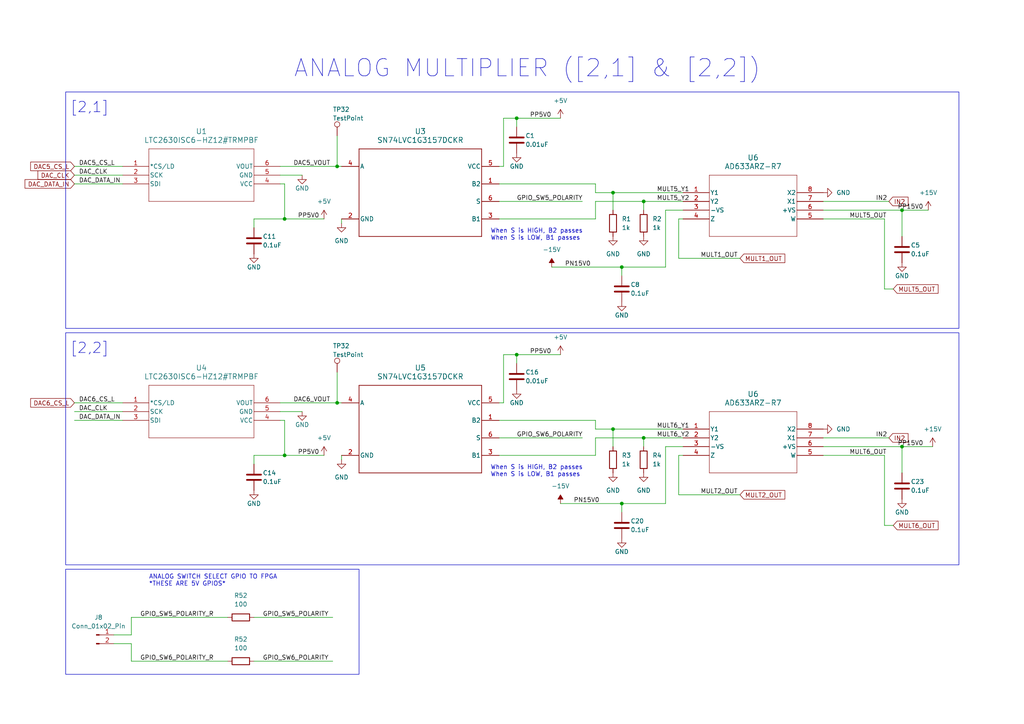
<source format=kicad_sch>
(kicad_sch (version 20230121) (generator eeschema)
  (paper "A4")
  (lib_symbols
    (symbol "AD633ARZ-R7:AD633ARZ-R7" (pin_names (offset 0.254))
      (property "Reference" "U" (at 20.32 10.16 0))
      (property "Value" "AD633ARZ-R7" (at 20.32 7.62 0))
      (symbol "AD633ARZ-R7_0_1"
        (polyline (pts (xy 7.62 -12.7) (xy 33.02 -12.7)) (stroke (width 0.127)))
        (polyline (pts (xy 7.62 5.08) (xy 7.62 -12.7)) (stroke (width 0.127)))
        (polyline (pts (xy 33.02 -12.7) (xy 33.02 5.08)) (stroke (width 0.127)))
        (polyline (pts (xy 33.02 5.08) (xy 7.62 5.08)) (stroke (width 0.127)))
        (pin unspecified line (at 0 0 0) (length 7.62) (name "Y1") (number "1"))
        (pin unspecified line (at 0 -2.54 0) (length 7.62) (name "Y2") (number "2"))
        (pin power_in line (at 0 -5.08 0) (length 7.62) (name "-VS") (number "3"))
        (pin unspecified line (at 0 -7.62 0) (length 7.62) (name "Z") (number "4"))
        (pin unspecified line (at 40.64 -7.62 180) (length 7.62) (name "W") (number "5"))
        (pin power_in line (at 40.64 -5.08 180) (length 7.62) (name "+VS") (number "6"))
        (pin unspecified line (at 40.64 -2.54 180) (length 7.62) (name "X1") (number "7"))
        (pin unspecified line (at 40.64 0 180) (length 7.62) (name "X2") (number "8"))
      )
    )
    (symbol "Connector:Conn_01x02_Pin" (pin_names (offset 1.016) hide)
      (property "Reference" "J" (at 0 2.54 0))
      (property "Value" "Conn_01x02_Pin" (at 0 -5.08 0))
      (symbol "Conn_01x02_Pin_1_1"
        (polyline (pts (xy 1.27 -2.54) (xy 0.8636 -2.54)) (stroke (width 0.1524)))
        (polyline (pts (xy 1.27 0) (xy 0.8636 0)) (stroke (width 0.1524)))
        (rectangle (start 0.8636 -2.413) (end 0 -2.667) (stroke (width 0.1524)) (fill (type outline)))
        (rectangle (start 0.8636 0.127) (end 0 -0.127) (stroke (width 0.1524)) (fill (type outline)))
        (pin passive line (at 5.08 0 180) (length 3.81) (name "Pin_1") (number "1"))
        (pin passive line (at 5.08 -2.54 180) (length 3.81) (name "Pin_2") (number "2"))
      )
    )
    (symbol "Connector:TestPoint" (pin_numbers hide) (pin_names (offset 0.762) hide)
      (property "Reference" "TP" (at 0 6.858 0))
      (property "Value" "TestPoint" (at 0 5.08 0))
      (symbol "TestPoint_0_1"
        (circle (center 0 3.302) (radius 0.762))
      )
      (symbol "TestPoint_1_1"
        (pin passive line (at 0 0 90) (length 2.54) (name "1") (number "1"))
      )
    )
    (symbol "Device:C" (pin_numbers hide) (pin_names (offset 0.254))
      (property "Reference" "C" (at 0.635 2.54 0))
      (property "Value" "C" (at 0.635 -2.54 0))
      (symbol "C_0_1"
        (polyline (pts (xy -2.032 -0.762) (xy 2.032 -0.762)) (stroke (width 0.508)))
        (polyline (pts (xy -2.032 0.762) (xy 2.032 0.762)) (stroke (width 0.508)))
      )
      (symbol "C_1_1"
        (pin passive line (at 0 3.81 270) (length 2.794) (name "~") (number "1"))
        (pin passive line (at 0 -3.81 90) (length 2.794) (name "~") (number "2"))
      )
    )
    (symbol "Device:R" (pin_numbers hide) (pin_names (offset 0))
      (property "Reference" "R" (at 2.032 0 90))
      (property "Value" "R" (at 0 0 90))
      (symbol "R_0_1"
        (rectangle (start -1.016 -2.54) (end 1.016 2.54) (stroke (width 0.254)))
      )
      (symbol "R_1_1"
        (pin passive line (at 0 3.81 270) (length 1.27) (name "~") (number "1"))
        (pin passive line (at 0 -3.81 90) (length 1.27) (name "~") (number "2"))
      )
    )
    (symbol "LTC2630ISC6-LZ8#TRMPBF:LTC2630ISC6-LZ8-TRMPBF" (pin_names (offset 0.254))
      (property "Reference" "U" (at 22.86 10.16 0))
      (property "Value" "LTC2630ISC6-LZ8-TRMPBF" (at 22.86 7.62 0))
      (symbol "LTC2630ISC6-LZ8-TRMPBF_0_1"
        (polyline (pts (xy 7.62 -10.16) (xy 38.1 -10.16)) (stroke (width 0.127)))
        (polyline (pts (xy 7.62 5.08) (xy 7.62 -10.16)) (stroke (width 0.127)))
        (polyline (pts (xy 38.1 -10.16) (xy 38.1 5.08)) (stroke (width 0.127)))
        (polyline (pts (xy 38.1 5.08) (xy 7.62 5.08)) (stroke (width 0.127)))
        (pin input line (at 0 0 0) (length 7.62) (name "*CS/LD") (number "1"))
        (pin input line (at 0 -2.54 0) (length 7.62) (name "SCK") (number "2"))
        (pin input line (at 0 -5.08 0) (length 7.62) (name "SDI") (number "3"))
        (pin power_in line (at 45.72 -5.08 180) (length 7.62) (name "VCC") (number "4"))
        (pin power_out line (at 45.72 -2.54 180) (length 7.62) (name "GND") (number "5"))
        (pin output line (at 45.72 0 180) (length 7.62) (name "VOUT") (number "6"))
      )
    )
    (symbol "SN74LVC1G3157DCKR:SN74LVC1G3157DCKR" (pin_names (offset 0.254))
      (property "Reference" "U" (at 0 2.54 0))
      (property "Value" "SN74LVC1G3157DCKR" (at 0 0 0))
      (symbol "SN74LVC1G3157DCKR_0_1"
        (polyline (pts (xy -17.78 -12.7) (xy 17.78 -12.7)) (stroke (width 0.2032)))
        (polyline (pts (xy -17.78 12.7) (xy -17.78 -12.7)) (stroke (width 0.2032)))
        (polyline (pts (xy 17.78 -12.7) (xy 17.78 12.7)) (stroke (width 0.2032)))
        (polyline (pts (xy 17.78 12.7) (xy -17.78 12.7)) (stroke (width 0.2032)))
        (pin input line (at -22.86 2.54 0) (length 5.08) (name "B2") (number "1"))
        (pin power_in line (at 22.86 -7.62 180) (length 5.08) (name "GND") (number "2"))
        (pin input line (at -22.86 -7.62 0) (length 5.08) (name "B1") (number "3"))
        (pin output line (at 22.86 7.62 180) (length 5.08) (name "A") (number "4"))
        (pin power_in line (at -22.86 7.62 0) (length 5.08) (name "VCC") (number "5"))
        (pin input line (at -22.86 -2.54 0) (length 5.08) (name "S") (number "6"))
      )
    )
    (symbol "power:+15V" (power) (pin_names (offset 0))
      (property "Value" "+15V" (at 0 3.556 0))
      (symbol "+15V_0_1"
        (polyline (pts (xy -0.762 1.27) (xy 0 2.54)))
        (polyline (pts (xy 0 0) (xy 0 2.54)))
        (polyline (pts (xy 0 2.54) (xy 0.762 1.27)))
      )
      (symbol "+15V_1_1"
        (pin power_in line (at 0 0 90) (length 0) hide (name "+15V") (number "1"))
      )
    )
    (symbol "power:+5V" (power) (pin_names (offset 0))
      (property "Value" "+5V" (at 0 3.556 0))
      (symbol "+5V_0_1"
        (polyline (pts (xy -0.762 1.27) (xy 0 2.54)))
        (polyline (pts (xy 0 0) (xy 0 2.54)))
        (polyline (pts (xy 0 2.54) (xy 0.762 1.27)))
      )
      (symbol "+5V_1_1"
        (pin power_in line (at 0 0 90) (length 0) hide (name "+5V") (number "1"))
      )
    )
    (symbol "power:-15V" (power) (pin_names (offset 0))
      (property "Value" "-15V" (at 0 3.81 0))
      (symbol "-15V_0_0"
        (pin power_in line (at 0 0 90) (length 0) hide (name "-15V") (number "1"))
      )
      (symbol "-15V_0_1"
        (polyline (pts (xy 0 0) (xy 0 1.27) (xy 0.762 1.27) (xy 0 2.54) (xy -0.762 1.27) (xy 0 1.27)) (fill (type outline)))
      )
    )
    (symbol "power:GND" (power) (pin_names (offset 0))
      (property "Value" "GND" (at 0 -3.81 0))
      (symbol "GND_0_1"
        (polyline (pts (xy 0 0) (xy 0 -1.27) (xy 1.27 -1.27) (xy 0 -2.54) (xy -1.27 -1.27) (xy 0 -1.27)))
      )
      (symbol "GND_1_1"
        (pin power_in line (at 0 0 270) (length 0) hide (name "GND") (number "1"))
      )
    )
  )
  (junction (at 186.69 127))
  (junction (at 180.34 77.47))
  (junction (at 186.69 58.42))
  (junction (at 149.86 34.29))
  (junction (at 261.62 60.96))
  (junction (at 82.55 132.08))
  (junction (at 177.8 55.88))
  (junction (at 82.55 63.5))
  (junction (at 149.86 102.87))
  (junction (at 97.79 116.84))
  (junction (at 177.8 124.46))
  (junction (at 180.34 146.05))
  (junction (at 261.62 129.54))
  (junction (at 97.79 48.26))
  (wire (pts (xy 180.34 77.47) (xy 180.34 80.01)))
  (wire (pts (xy 97.79 116.84) (xy 99.06 116.84)))
  (wire (pts (xy 196.85 74.93) (xy 214.63 74.93)))
  (wire (pts (xy 73.66 191.77) (xy 96.52 191.77)))
  (wire (pts (xy 172.72 58.42) (xy 186.69 58.42)))
  (wire (pts (xy 146.05 102.87) (xy 149.86 102.87)))
  (wire (pts (xy 33.02 184.15) (xy 38.1 184.15)))
  (wire (pts (xy 238.76 58.42) (xy 257.81 58.42)))
  (wire (pts (xy 21.59 48.26) (xy 35.56 48.26)))
  (wire (pts (xy 81.28 116.84) (xy 97.79 116.84)))
  (wire (pts (xy 82.55 121.92) (xy 81.28 121.92)))
  (wire (pts (xy 177.8 124.46) (xy 177.8 129.54)))
  (wire (pts (xy 172.72 121.92) (xy 172.72 124.46)))
  (wire (pts (xy 144.78 127) (xy 168.91 127)))
  (wire (pts (xy 198.12 129.54) (xy 193.04 129.54)))
  (wire (pts (xy 196.85 63.5) (xy 198.12 63.5)))
  (wire (pts (xy 82.55 53.34) (xy 82.55 63.5)))
  (wire (pts (xy 149.86 102.87) (xy 149.86 105.41)))
  (wire (pts (xy 256.54 132.08) (xy 238.76 132.08)))
  (wire (pts (xy 186.69 127) (xy 198.12 127)))
  (wire (pts (xy 196.85 63.5) (xy 196.85 74.93)))
  (wire (pts (xy 193.04 60.96) (xy 193.04 77.47)))
  (wire (pts (xy 261.62 129.54) (xy 270.51 129.54)))
  (wire (pts (xy 261.62 60.96) (xy 269.24 60.96)))
  (wire (pts (xy 172.72 132.08) (xy 172.72 127)))
  (wire (pts (xy 149.86 34.29) (xy 162.56 34.29)))
  (wire (pts (xy 81.28 48.26) (xy 97.79 48.26)))
  (wire (pts (xy 256.54 152.4) (xy 256.54 132.08)))
  (wire (pts (xy 149.86 102.87) (xy 162.56 102.87)))
  (wire (pts (xy 177.8 55.88) (xy 177.8 60.96)))
  (wire (pts (xy 73.66 132.08) (xy 82.55 132.08)))
  (wire (pts (xy 172.72 55.88) (xy 177.8 55.88)))
  (wire (pts (xy 160.02 77.47) (xy 180.34 77.47)))
  (wire (pts (xy 38.1 186.69) (xy 38.1 191.77)))
  (wire (pts (xy 82.55 132.08) (xy 93.98 132.08)))
  (wire (pts (xy 81.28 50.8) (xy 87.63 50.8)))
  (wire (pts (xy 146.05 116.84) (xy 144.78 116.84)))
  (wire (pts (xy 99.06 64.77) (xy 99.06 63.5)))
  (wire (pts (xy 180.34 77.47) (xy 193.04 77.47)))
  (wire (pts (xy 144.78 121.92) (xy 172.72 121.92)))
  (wire (pts (xy 172.72 124.46) (xy 177.8 124.46)))
  (wire (pts (xy 144.78 58.42) (xy 168.91 58.42)))
  (wire (pts (xy 38.1 191.77) (xy 66.04 191.77)))
  (wire (pts (xy 162.56 146.05) (xy 180.34 146.05)))
  (wire (pts (xy 146.05 34.29) (xy 146.05 48.26)))
  (wire (pts (xy 38.1 184.15) (xy 38.1 179.07)))
  (wire (pts (xy 193.04 129.54) (xy 193.04 146.05)))
  (wire (pts (xy 146.05 102.87) (xy 146.05 116.84)))
  (wire (pts (xy 238.76 60.96) (xy 261.62 60.96)))
  (wire (pts (xy 180.34 146.05) (xy 193.04 146.05)))
  (wire (pts (xy 73.66 63.5) (xy 73.66 66.04)))
  (wire (pts (xy 97.79 39.37) (xy 97.79 48.26)))
  (wire (pts (xy 38.1 179.07) (xy 66.04 179.07)))
  (wire (pts (xy 198.12 60.96) (xy 193.04 60.96)))
  (wire (pts (xy 238.76 127) (xy 257.81 127)))
  (wire (pts (xy 21.59 121.92) (xy 35.56 121.92)))
  (wire (pts (xy 146.05 34.29) (xy 149.86 34.29)))
  (wire (pts (xy 144.78 53.34) (xy 172.72 53.34)))
  (wire (pts (xy 144.78 63.5) (xy 172.72 63.5)))
  (wire (pts (xy 256.54 83.82) (xy 259.08 83.82)))
  (wire (pts (xy 261.62 60.96) (xy 261.62 68.58)))
  (wire (pts (xy 256.54 83.82) (xy 256.54 63.5)))
  (wire (pts (xy 172.72 127) (xy 186.69 127)))
  (wire (pts (xy 261.62 129.54) (xy 261.62 137.16)))
  (wire (pts (xy 146.05 48.26) (xy 144.78 48.26)))
  (wire (pts (xy 82.55 53.34) (xy 81.28 53.34)))
  (wire (pts (xy 21.59 116.84) (xy 35.56 116.84)))
  (wire (pts (xy 172.72 53.34) (xy 172.72 55.88)))
  (wire (pts (xy 144.78 132.08) (xy 172.72 132.08)))
  (wire (pts (xy 73.66 179.07) (xy 96.52 179.07)))
  (wire (pts (xy 99.06 133.35) (xy 99.06 132.08)))
  (wire (pts (xy 238.76 129.54) (xy 261.62 129.54)))
  (wire (pts (xy 73.66 132.08) (xy 73.66 134.62)))
  (wire (pts (xy 82.55 63.5) (xy 93.98 63.5)))
  (wire (pts (xy 21.59 50.8) (xy 35.56 50.8)))
  (wire (pts (xy 82.55 121.92) (xy 82.55 132.08)))
  (wire (pts (xy 21.59 53.34) (xy 35.56 53.34)))
  (wire (pts (xy 196.85 143.51) (xy 214.63 143.51)))
  (wire (pts (xy 81.28 119.38) (xy 87.63 119.38)))
  (wire (pts (xy 149.86 34.29) (xy 149.86 36.83)))
  (wire (pts (xy 186.69 127) (xy 186.69 129.54)))
  (wire (pts (xy 21.59 119.38) (xy 35.56 119.38)))
  (wire (pts (xy 97.79 48.26) (xy 99.06 48.26)))
  (wire (pts (xy 177.8 124.46) (xy 198.12 124.46)))
  (wire (pts (xy 33.02 186.69) (xy 38.1 186.69)))
  (wire (pts (xy 256.54 152.4) (xy 259.08 152.4)))
  (wire (pts (xy 73.66 63.5) (xy 82.55 63.5)))
  (wire (pts (xy 186.69 58.42) (xy 186.69 60.96)))
  (wire (pts (xy 186.69 58.42) (xy 198.12 58.42)))
  (wire (pts (xy 256.54 63.5) (xy 238.76 63.5)))
  (wire (pts (xy 196.85 132.08) (xy 196.85 143.51)))
  (wire (pts (xy 180.34 146.05) (xy 180.34 148.59)))
  (wire (pts (xy 97.79 107.95) (xy 97.79 116.84)))
  (wire (pts (xy 172.72 63.5) (xy 172.72 58.42)))
  (wire (pts (xy 196.85 132.08) (xy 198.12 132.08)))
  (wire (pts (xy 177.8 55.88) (xy 198.12 55.88)))
  (rectangle (start 19.05 26.67) (end 278.13 95.25))
  (rectangle (start 19.05 96.52) (end 278.13 163.83))
  (rectangle (start 19.05 165.1) (end 104.14 195.58))
  (text "When S is HIGH, B2 passes\nWhen S is LOW, B1 passes" (at 142.24 138.43 0) (effects (font (size 1.27 1.27)) (justify left bottom)))
  (text "[2,1]" (at 20.32 33.02 0) (effects (font (size 3 3)) (justify left bottom)))
  (text "[2,2]" (at 20.32 102.87 0) (effects (font (size 3 3)) (justify left bottom)))
  (text "When S is HIGH, B2 passes\nWhen S is LOW, B1 passes" (at 142.24 69.85 0) (effects (font (size 1.27 1.27)) (justify left bottom)))
  (text "ANALOG MULTIPLIER ([2,1] & [2,2])" (at 85.09 22.86 0) (effects (font (size 5 5)) (justify left bottom)))
  (text "ANALOG SWITCH SELECT GPIO TO FPGA\n*THESE ARE 5V GPIOS*" (at 43.18 170.18 0) (effects (font (size 1.27 1.27)) (justify left bottom)))
  (label "PN15V0" (at 166.37 146.05 0))
  (label "GPIO_SW5_POLARITY_R" (at 40.64 179.07 0))
  (label "IN2" (at 254 127 0))
  (label "PN15V0" (at 163.83 77.47 0))
  (label "IN2" (at 254 58.42 0))
  (label "MULT2_OUT" (at 203.2 143.51 0))
  (label "PP5V0" (at 153.67 34.29 0))
  (label "GPIO_SW5_POLARITY" (at 149.86 58.42 0))
  (label "DAC6_VOUT" (at 85.09 116.84 0))
  (label "DAC6_CS_L" (at 22.86 116.84 0))
  (label "DAC_DATA_IN" (at 22.86 121.92 0))
  (label "PP5V0" (at 153.67 102.87 0))
  (label "PP5V0" (at 86.36 63.5 0))
  (label "PP15V0" (at 260.35 60.96 0))
  (label "MULT1_OUT" (at 203.2 74.93 0))
  (label "MULT6_OUT" (at 246.38 132.08 0))
  (label "GPIO_SW6_POLARITY_R" (at 40.64 191.77 0))
  (label "GPIO_SW6_POLARITY" (at 149.86 127 0))
  (label "DAC_CLK" (at 22.86 119.38 0))
  (label "GPIO_SW5_POLARITY" (at 76.2 179.07 0))
  (label "MULT5_OUT" (at 246.38 63.5 0))
  (label "MULT6_Y1" (at 190.5 124.46 0))
  (label "PP5V0" (at 86.36 132.08 0))
  (label "MULT6_Y2" (at 190.5 127 0))
  (label "DAC_DATA_IN" (at 22.86 53.34 0))
  (label "DAC5_CS_L" (at 22.86 48.26 0))
  (label "PP15V0" (at 260.35 129.54 0))
  (label "MULT5_Y1" (at 190.5 55.88 0))
  (label "GPIO_SW6_POLARITY" (at 76.2 191.77 0))
  (label "MULT5_Y2" (at 190.5 58.42 0))
  (label "DAC5_VOUT" (at 85.09 48.26 0))
  (label "DAC_CLK" (at 22.86 50.8 0))
  (global_label "DAC_CLK" (shape input) (at 21.59 50.8 180) (property "Intersheetrefs" "${INTERSHEET_REFS}" (effects hide)))
  (global_label "MULT1_OUT" (shape input) (at 214.63 74.93 0) (property "Intersheetrefs" "${INTERSHEET_REFS}" (effects hide)))
  (global_label "DAC6_CS_L" (shape input) (at 21.59 116.84 180) (property "Intersheetrefs" "${INTERSHEET_REFS}" (effects hide)))
  (global_label "DAC_DATA_IN" (shape input) (at 21.59 53.34 180) (property "Intersheetrefs" "${INTERSHEET_REFS}" (effects hide)))
  (global_label "MULT5_OUT" (shape input) (at 259.08 83.82 0) (property "Intersheetrefs" "${INTERSHEET_REFS}" (effects hide)))
  (global_label "DAC5_CS_L" (shape input) (at 21.59 48.26 180) (property "Intersheetrefs" "${INTERSHEET_REFS}" (effects hide)))
  (global_label "MULT6_OUT" (shape input) (at 259.08 152.4 0) (property "Intersheetrefs" "${INTERSHEET_REFS}" (effects hide)))
  (global_label "IN2" (shape input) (at 257.81 127 0) (property "Intersheetrefs" "${INTERSHEET_REFS}" (effects hide)))
  (global_label "IN2" (shape input) (at 257.81 58.42 0) (property "Intersheetrefs" "${INTERSHEET_REFS}" (effects hide)))
  (global_label "MULT2_OUT" (shape input) (at 214.63 143.51 0) (property "Intersheetrefs" "${INTERSHEET_REFS}" (effects hide)))
  (symbol (lib_id "Device:C") (at 73.66 138.43 0) (unit 1)
    (property "Reference" "C14" (at 76.2 137.16 0) (effects (justify left)))
    (property "Value" "0.1uF" (at 76.2 139.7 0) (effects (justify left)))
    (property "Footprint" "Capacitor_SMD:C_0805_2012Metric" (effects hide))
    (property "Datasheet" "https://www.yageo.com/upload/media/product/app/datasheet/mlcc/upy-gphc_x7r_6_3v-to-250v.pdf" (effects hide))
    (property "Comment" "0.1 µF ±10% 50V Ceramic Capacitor X7R 0805 (2012 Metric)" (effects hide))
    (property "LCSC" "C49678" (effects hide))
    (property "MPN" "CC0805KRX7R9BB104" (effects hide))
    (instances (project "fydp" (path "" (reference "C14") (unit 1)) (path "" (reference "C36") (unit 1))))
  )
  (symbol (lib_id "power:GND") (at 149.86 113.03 0) (unit 1)
    (property "Reference" "#PWR024" (effects hide))
    (property "Value" "GND" (at 149.86 116.84 0))
    (instances (project "fydp" (path "" (reference "#PWR024") (unit 1)) (path "" (reference "#PWR0118") (unit 1))))
  )
  (symbol (lib_id "power:GND") (at 149.86 44.45 0) (unit 1)
    (property "Reference" "#PWR07" (effects hide))
    (property "Value" "GND" (at 149.86 48.26 0))
    (instances (project "fydp" (path "" (reference "#PWR07") (unit 1)) (path "" (reference "#PWR0105") (unit 1))))
  )
  (symbol (lib_id "power:GND") (at 261.62 76.2 0) (unit 1)
    (property "Reference" "#PWR011" (effects hide))
    (property "Value" "GND" (at 261.62 80.01 0))
    (instances (project "fydp" (path "" (reference "#PWR011") (unit 1)) (path "" (reference "#PWR0114") (unit 1))))
  )
  (symbol (lib_id "AD633ARZ-R7:AD633ARZ-R7") (at 198.12 55.88 0) (unit 1)
    (property "Reference" "U6" (at 218.44 45.72 0) (effects (font (size 1.524 1.524))))
    (property "Value" "AD633ARZ-R7" (at 218.44 48.26 0) (effects (font (size 1.524 1.524))))
    (property "Footprint" "fydp:R_8_ADI" (effects hide))
    (property "Datasheet" "https://www.analog.com/media/en/technical-documentation/data-sheets/AD633.pdf" (effects hide))
    (property "Comment" "Analog Multiplier 4-Quadrant 8-SOIC" (effects hide))
    (property "LCSC" "C77810" (effects hide))
    (property "MPN" "AD633ARZ-R7" (effects hide))
    (instances (project "fydp" (path "" (reference "U6") (unit 1)) (path "" (reference "U18") (unit 1)) (path "" (reference "U30") (unit 1))))
  )
  (symbol (lib_id "power:GND") (at 87.63 50.8 0) (unit 1)
    (property "Reference" "#PWR01" (effects hide))
    (property "Value" "GND" (at 87.63 54.61 0))
    (instances (project "fydp" (path "" (reference "#PWR01") (unit 1)) (path "" (reference "#PWR0106") (unit 1))))
  )
  (symbol (lib_id "power:+5V") (at 162.56 34.29 0) (unit 1)
    (property "Reference" "#PWR021" (effects hide))
    (property "Value" "+5V" (at 162.56 29.21 0))
    (instances (project "fydp" (path "" (reference "#PWR021") (unit 1)) (path "" (reference "#PWR052") (unit 1)) (path "" (reference "#PWR0104") (unit 1))))
  )
  (symbol (lib_id "Device:C") (at 149.86 40.64 0) (unit 1)
    (property "Reference" "C1" (at 152.4 39.37 0) (effects (justify left)))
    (property "Value" "0.01uF" (at 152.4 41.91 0) (effects (justify left)))
    (property "Footprint" "Capacitor_SMD:C_0805_2012Metric" (effects hide))
    (property "Datasheet" "https://www.yageo.com/upload/media/product/app/datasheet/mlcc/upy-gphc_x7r_6_3v-to-250v.pdf" (effects hide))
    (property "Comment" "10000 pF ±10% 50V Ceramic Capacitor X7R 0805 (2012 Metric)" (effects hide))
    (property "LCSC" "C83170" (effects hide))
    (property "MPN" "CC0805KRX7R9BB103" (effects hide))
    (instances (project "fydp" (path "" (reference "C1") (unit 1)) (path "" (reference "C31") (unit 1))))
  )
  (symbol (lib_id "Device:C") (at 180.34 83.82 0) (unit 1)
    (property "Reference" "C8" (at 182.88 82.55 0) (effects (justify left)))
    (property "Value" "0.1uF" (at 182.88 85.09 0) (effects (justify left)))
    (property "Footprint" "Capacitor_SMD:C_0805_2012Metric" (effects hide))
    (property "Datasheet" "https://www.yageo.com/upload/media/product/app/datasheet/mlcc/upy-gphc_x7r_6_3v-to-250v.pdf" (effects hide))
    (property "Comment" "0.1 µF ±10% 50V Ceramic Capacitor X7R 0805 (2012 Metric)" (effects hide))
    (property "LCSC" "C49678" (effects hide))
    (property "MPN" "CC0805KRX7R9BB104" (effects hide))
    (instances (project "fydp" (path "" (reference "C8") (unit 1)) (path "" (reference "C34") (unit 1))))
  )
  (symbol (lib_id "power:+15V") (at 269.24 60.96 0) (unit 1)
    (property "Reference" "#PWR016" (effects hide))
    (property "Value" "+15V" (at 269.24 55.88 0))
    (instances (project "fydp" (path "" (reference "#PWR016") (unit 1)) (path "" (reference "#PWR061") (unit 1)) (path "" (reference "#PWR0108") (unit 1))))
  )
  (symbol (lib_id "Device:R") (at 69.85 191.77 270) (unit 1)
    (property "Reference" "R52" (at 69.85 185.42 90))
    (property "Value" "100" (at 69.85 187.96 90))
    (property "Footprint" "Resistor_SMD:R_0805_2012Metric" (effects hide))
    (property "Datasheet" "https://www.yageo.com/upload/media/product/products/datasheet/rchip/PYu-RC_Group_51_RoHS_L_12.pdf" (effects hide))
    (property "Comment" "100 Ohms ±1% 0.125W, 1/8W Chip Resistor 0805 (2012 Metric) Moisture Resistant Thick Film" (effects hide))
    (property "LCSC" "C105577" (effects hide))
    (property "MPN" "RC0805FR-07100RL" (effects hide))
    (instances (project "fydp" (path "" (reference "R52") (unit 1)) (path "" (reference "R78") (unit 1)) (path "" (reference "R82") (unit 1)) (path "" (reference "R71") (unit 1))))
  )
  (symbol (lib_id "Device:C") (at 149.86 109.22 0) (unit 1)
    (property "Reference" "C16" (at 152.4 107.95 0) (effects (justify left)))
    (property "Value" "0.01uF" (at 152.4 110.49 0) (effects (justify left)))
    (property "Footprint" "Capacitor_SMD:C_0805_2012Metric" (effects hide))
    (property "Datasheet" "https://www.yageo.com/upload/media/product/app/datasheet/mlcc/upy-gphc_x7r_6_3v-to-250v.pdf" (effects hide))
    (property "Comment" "10000 pF ±10% 50V Ceramic Capacitor X7R 0805 (2012 Metric)" (effects hide))
    (property "LCSC" "C83170" (effects hide))
    (property "MPN" "CC0805KRX7R9BB103" (effects hide))
    (instances (project "fydp" (path "" (reference "C16") (unit 1)) (path "" (reference "C35") (unit 1))))
  )
  (symbol (lib_id "AD633ARZ-R7:AD633ARZ-R7") (at 198.12 124.46 0) (unit 1)
    (property "Reference" "U6" (at 218.44 114.3 0) (effects (font (size 1.524 1.524))))
    (property "Value" "AD633ARZ-R7" (at 218.44 116.84 0) (effects (font (size 1.524 1.524))))
    (property "Footprint" "fydp:R_8_ADI" (effects hide))
    (property "Datasheet" "https://www.analog.com/media/en/technical-documentation/data-sheets/AD633.pdf" (effects hide))
    (property "Comment" "Analog Multiplier 4-Quadrant 8-SOIC" (effects hide))
    (property "LCSC" "C77810" (effects hide))
    (property "MPN" "AD633ARZ-R7" (effects hide))
    (instances (project "fydp" (path "" (reference "U6") (unit 1)) (path "" (reference "U21") (unit 1)) (path "" (reference "U30") (unit 1))))
  )
  (symbol (lib_id "Connector:Conn_01x02_Pin") (at 27.94 184.15 0) (unit 1)
    (property "Reference" "J8" (at 28.575 179.07 0))
    (property "Value" "Conn_01x02_Pin" (at 28.575 181.61 0))
    (property "Footprint" "Connector_PinHeader_2.54mm:PinHeader_1x02_P2.54mm_Vertical" (effects hide))
    (property "Datasheet" "https://suddendocs.samtec.com/catalog_english/tsw_th.pdf" (effects hide))
    (property "Comment" "Connector Header Through Hole 2 position 0.100\" (2.54mm)" (effects hide))
    (property "MPN" "TSW-102-07-G-S" (effects hide))
    (instances (project "fydp" (path "" (reference "J8") (unit 1)) (path "" (reference "J10") (unit 1)) (path "" (reference "J17") (unit 1))))
  )
  (symbol (lib_id "SN74LVC1G3157DCKR:SN74LVC1G3157DCKR") (at 121.92 124.46 0) (mirror y) (unit 1)
    (property "Reference" "U5" (at 121.92 106.68 0) (effects (font (size 1.524 1.524))))
    (property "Value" "SN74LVC1G3157DCKR" (at 121.92 109.22 0) (effects (font (size 1.524 1.524))))
    (property "Footprint" "Package_TO_SOT_SMD:SOT-23-6_Handsoldering" (effects hide))
    (property "Datasheet" "https://www.ti.com/general/docs/suppproductinfo.tsp?distId=10&gotoUrl=https%3A%2F%2Fwww.ti.com%2Flit%2Fgpn%2Fsn74lvc1g3157" (effects hide))
    (property "Comment" "1 Circuit IC Switch 2:1 15Ohm SC-70-6" (effects hide))
    (property "LCSC" "C38663" (effects hide))
    (property "MPN" "SN74LVC1G3157DCKR" (effects hide))
    (instances (project "fydp" (path "" (reference "U5") (unit 1)) (path "" (reference "U20") (unit 1))))
  )
  (symbol (lib_id "power:GND") (at 177.8 68.58 0) (unit 1)
    (property "Reference" "#PWR04" (effects hide))
    (property "Value" "GND" (at 177.8 73.66 0))
    (instances (project "fydp" (path "" (reference "#PWR04") (unit 1)) (path "" (reference "#PWR0111") (unit 1))))
  )
  (symbol (lib_id "power:GND") (at 261.62 144.78 0) (unit 1)
    (property "Reference" "#PWR035" (effects hide))
    (property "Value" "GND" (at 261.62 148.59 0))
    (instances (project "fydp" (path "" (reference "#PWR035") (unit 1)) (path "" (reference "#PWR0127") (unit 1))))
  )
  (symbol (lib_id "LTC2630ISC6-LZ8#TRMPBF:LTC2630ISC6-LZ8-TRMPBF") (at 35.56 48.26 0) (unit 1)
    (property "Reference" "U1" (at 58.42 38.1 0) (effects (font (size 1.524 1.524))))
    (property "Value" "LTC2630ISC6-HZ12#TRMPBF" (at 58.42 40.64 0) (effects (font (size 1.524 1.524))))
    (property "Footprint" "Package_TO_SOT_SMD:SOT-363_SC-70-6_Handsoldering" (effects hide))
    (property "Datasheet" "https://www.analog.com/media/en/technical-documentation/data-sheets/2630fg.pdf" (effects hide))
    (property "Comment" "12 Bit Digital to Analog Converter 1 SC-70-6" (effects hide))
    (property "MPN" "LTC2630ISC6-HZ12#TRMPBF" (effects hide))
    (instances (project "fydp" (path "" (reference "U1") (unit 1)) (path "" (reference "U16") (unit 1))))
  )
  (symbol (lib_id "Device:C") (at 180.34 152.4 0) (unit 1)
    (property "Reference" "C20" (at 182.88 151.13 0) (effects (justify left)))
    (property "Value" "0.1uF" (at 182.88 153.67 0) (effects (justify left)))
    (property "Footprint" "Capacitor_SMD:C_0805_2012Metric" (effects hide))
    (property "Datasheet" "https://www.yageo.com/upload/media/product/app/datasheet/mlcc/upy-gphc_x7r_6_3v-to-250v.pdf" (effects hide))
    (property "Comment" "0.1 µF ±10% 50V Ceramic Capacitor X7R 0805 (2012 Metric)" (effects hide))
    (property "LCSC" "C49678" (effects hide))
    (property "MPN" "CC0805KRX7R9BB104" (effects hide))
    (instances (project "fydp" (path "" (reference "C20") (unit 1)) (path "" (reference "C38") (unit 1))))
  )
  (symbol (lib_id "power:+15V") (at 270.51 129.54 0) (unit 1)
    (property "Reference" "#PWR016" (effects hide))
    (property "Value" "+15V" (at 270.51 124.46 0))
    (instances (project "fydp" (path "" (reference "#PWR016") (unit 1)) (path "" (reference "#PWR067") (unit 1)) (path "" (reference "#PWR0121") (unit 1))))
  )
  (symbol (lib_id "Device:C") (at 261.62 140.97 0) (unit 1)
    (property "Reference" "C23" (at 264.16 139.7 0) (effects (justify left)))
    (property "Value" "0.1uF" (at 264.16 142.24 0) (effects (justify left)))
    (property "Footprint" "Capacitor_SMD:C_0805_2012Metric" (effects hide))
    (property "Datasheet" "https://www.yageo.com/upload/media/product/app/datasheet/mlcc/upy-gphc_x7r_6_3v-to-250v.pdf" (effects hide))
    (property "Comment" "0.1 µF ±10% 50V Ceramic Capacitor X7R 0805 (2012 Metric)" (effects hide))
    (property "LCSC" "C49678" (effects hide))
    (property "MPN" "CC0805KRX7R9BB104" (effects hide))
    (instances (project "fydp" (path "" (reference "C23") (unit 1)) (path "" (reference "C37") (unit 1))))
  )
  (symbol (lib_id "power:-15V") (at 162.56 146.05 0) (unit 1)
    (property "Reference" "#PWR018" (effects hide))
    (property "Value" "-15V" (at 162.56 140.97 0))
    (instances (project "fydp" (path "" (reference "#PWR018") (unit 1)) (path "" (reference "#PWR068") (unit 1)) (path "" (reference "#PWR0128") (unit 1))))
  )
  (symbol (lib_id "SN74LVC1G3157DCKR:SN74LVC1G3157DCKR") (at 121.92 55.88 0) (mirror y) (unit 1)
    (property "Reference" "U3" (at 121.92 38.1 0) (effects (font (size 1.524 1.524))))
    (property "Value" "SN74LVC1G3157DCKR" (at 121.92 40.64 0) (effects (font (size 1.524 1.524))))
    (property "Footprint" "Package_TO_SOT_SMD:SOT-23-6_Handsoldering" (effects hide))
    (property "Datasheet" "https://www.ti.com/general/docs/suppproductinfo.tsp?distId=10&gotoUrl=https%3A%2F%2Fwww.ti.com%2Flit%2Fgpn%2Fsn74lvc1g3157" (effects hide))
    (property "Comment" "1 Circuit IC Switch 2:1 15Ohm SC-70-6" (effects hide))
    (property "LCSC" "C38663" (effects hide))
    (property "MPN" "SN74LVC1G3157DCKR" (effects hide))
    (instances (project "fydp" (path "" (reference "U3") (unit 1)) (path "" (reference "U17") (unit 1))))
  )
  (symbol (lib_id "power:GND") (at 186.69 137.16 0) (unit 1)
    (property "Reference" "#PWR030" (effects hide))
    (property "Value" "GND" (at 186.69 142.24 0))
    (instances (project "fydp" (path "" (reference "#PWR030") (unit 1)) (path "" (reference "#PWR0125") (unit 1))))
  )
  (symbol (lib_id "Device:R") (at 69.85 179.07 270) (unit 1)
    (property "Reference" "R52" (at 69.85 172.72 90))
    (property "Value" "100" (at 69.85 175.26 90))
    (property "Footprint" "Resistor_SMD:R_0805_2012Metric" (effects hide))
    (property "Datasheet" "https://www.yageo.com/upload/media/product/products/datasheet/rchip/PYu-RC_Group_51_RoHS_L_12.pdf" (effects hide))
    (property "Comment" "100 Ohms ±1% 0.125W, 1/8W Chip Resistor 0805 (2012 Metric) Moisture Resistant Thick Film" (effects hide))
    (property "LCSC" "C105577" (effects hide))
    (property "MPN" "RC0805FR-07100RL" (effects hide))
    (instances (project "fydp" (path "" (reference "R52") (unit 1)) (path "" (reference "R77") (unit 1)) (path "" (reference "R81") (unit 1)) (path "" (reference "R70") (unit 1))))
  )
  (symbol (lib_id "power:GND") (at 87.63 119.38 0) (unit 1)
    (property "Reference" "#PWR022" (effects hide))
    (property "Value" "GND" (at 87.63 123.19 0))
    (instances (project "fydp" (path "" (reference "#PWR022") (unit 1)) (path "" (reference "#PWR0119") (unit 1))))
  )
  (symbol (lib_id "power:GND") (at 186.69 68.58 0) (unit 1)
    (property "Reference" "#PWR05" (effects hide))
    (property "Value" "GND" (at 186.69 73.66 0))
    (instances (project "fydp" (path "" (reference "#PWR05") (unit 1)) (path "" (reference "#PWR0112") (unit 1))))
  )
  (symbol (lib_id "power:+5V") (at 162.56 102.87 0) (unit 1)
    (property "Reference" "#PWR021" (effects hide))
    (property "Value" "+5V" (at 162.56 97.79 0))
    (instances (project "fydp" (path "" (reference "#PWR021") (unit 1)) (path "" (reference "#PWR053") (unit 1)) (path "" (reference "#PWR0117") (unit 1))))
  )
  (symbol (lib_id "power:+5V") (at 93.98 132.08 0) (unit 1)
    (property "Reference" "#PWR021" (effects hide))
    (property "Value" "+5V" (at 93.98 127 0))
    (instances (project "fydp" (path "" (reference "#PWR021") (unit 1)) (path "" (reference "#PWR054") (unit 1)) (path "" (reference "#PWR0122") (unit 1))))
  )
  (symbol (lib_id "Device:C") (at 73.66 69.85 0) (unit 1)
    (property "Reference" "C11" (at 76.2 68.58 0) (effects (justify left)))
    (property "Value" "0.1uF" (at 76.2 71.12 0) (effects (justify left)))
    (property "Footprint" "Capacitor_SMD:C_0805_2012Metric" (effects hide))
    (property "Datasheet" "https://www.yageo.com/upload/media/product/app/datasheet/mlcc/upy-gphc_x7r_6_3v-to-250v.pdf" (effects hide))
    (property "Comment" "0.1 µF ±10% 50V Ceramic Capacitor X7R 0805 (2012 Metric)" (effects hide))
    (property "LCSC" "C49678" (effects hide))
    (property "MPN" "CC0805KRX7R9BB104" (effects hide))
    (instances (project "fydp" (path "" (reference "C11") (unit 1)) (path "" (reference "C32") (unit 1))))
  )
  (symbol (lib_id "power:GND") (at 238.76 124.46 90) (unit 1)
    (property "Reference" "#PWR033" (effects hide))
    (property "Value" "GND" (at 242.57 124.46 90) (effects (justify right)))
    (instances (project "fydp" (path "" (reference "#PWR033") (unit 1)) (path "" (reference "#PWR0120") (unit 1))))
  )
  (symbol (lib_id "LTC2630ISC6-LZ8#TRMPBF:LTC2630ISC6-LZ8-TRMPBF") (at 35.56 116.84 0) (unit 1)
    (property "Reference" "U4" (at 58.42 106.68 0) (effects (font (size 1.524 1.524))))
    (property "Value" "LTC2630ISC6-HZ12#TRMPBF" (at 58.42 109.22 0) (effects (font (size 1.524 1.524))))
    (property "Footprint" "Package_TO_SOT_SMD:SOT-363_SC-70-6_Handsoldering" (effects hide))
    (property "Datasheet" "https://www.analog.com/media/en/technical-documentation/data-sheets/2630fg.pdf" (effects hide))
    (property "Comment" "12 Bit Digital to Analog Converter 1 SC-70-6" (effects hide))
    (property "MPN" "LTC2630ISC6-HZ12#TRMPBF" (effects hide))
    (instances (project "fydp" (path "" (reference "U4") (unit 1)) (path "" (reference "U19") (unit 1))))
  )
  (symbol (lib_id "power:-15V") (at 160.02 77.47 0) (unit 1)
    (property "Reference" "#PWR018" (effects hide))
    (property "Value" "-15V" (at 160.02 72.39 0))
    (instances (project "fydp" (path "" (reference "#PWR018") (unit 1)) (path "" (reference "#PWR062") (unit 1)) (path "" (reference "#PWR0115") (unit 1))))
  )
  (symbol (lib_id "power:GND") (at 177.8 137.16 0) (unit 1)
    (property "Reference" "#PWR028" (effects hide))
    (property "Value" "GND" (at 177.8 142.24 0))
    (instances (project "fydp" (path "" (reference "#PWR028") (unit 1)) (path "" (reference "#PWR0124") (unit 1))))
  )
  (symbol (lib_id "power:GND") (at 99.06 133.35 0) (unit 1)
    (property "Reference" "#PWR023" (effects hide))
    (property "Value" "GND" (at 99.06 138.43 0))
    (instances (project "fydp" (path "" (reference "#PWR023") (unit 1)) (path "" (reference "#PWR0123") (unit 1))))
  )
  (symbol (lib_id "power:+5V") (at 93.98 63.5 0) (unit 1)
    (property "Reference" "#PWR021" (effects hide))
    (property "Value" "+5V" (at 93.98 58.42 0))
    (instances (project "fydp" (path "" (reference "#PWR021") (unit 1)) (path "" (reference "#PWR051") (unit 1)) (path "" (reference "#PWR0109") (unit 1))))
  )
  (symbol (lib_id "Connector:TestPoint") (at 97.79 107.95 0) (unit 1)
    (property "Reference" "TP32" (at 96.52 100.33 0) (effects (justify left)))
    (property "Value" "TestPoint" (at 96.52 102.87 0) (effects (justify left)))
    (property "Footprint" "TestPoint:TestPoint_Pad_1.0x1.0mm" (effects hide))
    (instances (project "fydp" (path "" (reference "TP32") (unit 1)) (path "" (reference "TP37") (unit 1)) (path "" (reference "TP16") (unit 1))) (project "untitled" (path "" (reference "TP2") (unit 1))))
  )
  (symbol (lib_id "power:GND") (at 99.06 64.77 0) (unit 1)
    (property "Reference" "#PWR02" (effects hide))
    (property "Value" "GND" (at 99.06 69.85 0))
    (instances (project "fydp" (path "" (reference "#PWR02") (unit 1)) (path "" (reference "#PWR0110") (unit 1))))
  )
  (symbol (lib_id "Connector:TestPoint") (at 97.79 39.37 0) (unit 1)
    (property "Reference" "TP32" (at 96.52 31.75 0) (effects (justify left)))
    (property "Value" "TestPoint" (at 96.52 34.29 0) (effects (justify left)))
    (property "Footprint" "TestPoint:TestPoint_Pad_1.0x1.0mm" (effects hide))
    (instances (project "fydp" (path "" (reference "TP32") (unit 1)) (path "" (reference "TP37") (unit 1)) (path "" (reference "TP15") (unit 1))) (project "untitled" (path "" (reference "TP2") (unit 1))))
  )
  (symbol (lib_id "Device:R") (at 177.8 133.35 0) (unit 1)
    (property "Reference" "R3" (at 180.34 132.08 0) (effects (justify left)))
    (property "Value" "1k" (at 180.34 134.62 0) (effects (justify left)))
    (property "Footprint" "Resistor_SMD:R_0805_2012Metric" (effects hide))
    (property "Datasheet" "https://www.yageo.com/upload/media/product/products/datasheet/rchip/PYu-RC_Group_51_RoHS_L_12.pdf" (effects hide))
    (property "Comment" "1 kOhms ±1% 0.125W, 1/8W Chip Resistor 0805 (2012 Metric) Moisture Resistant Thick Film" (effects hide))
    (property "LCSC" "C95781" (effects hide))
    (property "MPN" "RC0805FR-071KL" (effects hide))
    (instances (project "fydp" (path "" (reference "R3") (unit 1)) (path "" (reference "R68") (unit 1))))
  )
  (symbol (lib_id "power:GND") (at 73.66 73.66 0) (unit 1)
    (property "Reference" "#PWR017" (effects hide))
    (property "Value" "GND" (at 73.66 77.47 0))
    (instances (project "fydp" (path "" (reference "#PWR017") (unit 1)) (path "" (reference "#PWR0113") (unit 1))))
  )
  (symbol (lib_id "Device:R") (at 177.8 64.77 0) (unit 1)
    (property "Reference" "R1" (at 180.34 63.5 0) (effects (justify left)))
    (property "Value" "1k" (at 180.34 66.04 0) (effects (justify left)))
    (property "Footprint" "Resistor_SMD:R_0805_2012Metric" (effects hide))
    (property "Datasheet" "https://www.yageo.com/upload/media/product/products/datasheet/rchip/PYu-RC_Group_51_RoHS_L_12.pdf" (effects hide))
    (property "Comment" "1 kOhms ±1% 0.125W, 1/8W Chip Resistor 0805 (2012 Metric) Moisture Resistant Thick Film" (effects hide))
    (property "LCSC" "C95781" (effects hide))
    (property "MPN" "RC0805FR-071KL" (effects hide))
    (instances (project "fydp" (path "" (reference "R1") (unit 1)) (path "" (reference "R66") (unit 1))))
  )
  (symbol (lib_id "Device:R") (at 186.69 133.35 0) (unit 1)
    (property "Reference" "R4" (at 189.23 132.08 0) (effects (justify left)))
    (property "Value" "1k" (at 189.23 134.62 0) (effects (justify left)))
    (property "Footprint" "Resistor_SMD:R_0805_2012Metric" (effects hide))
    (property "Datasheet" "https://www.yageo.com/upload/media/product/products/datasheet/rchip/PYu-RC_Group_51_RoHS_L_12.pdf" (effects hide))
    (property "Comment" "1 kOhms ±1% 0.125W, 1/8W Chip Resistor 0805 (2012 Metric) Moisture Resistant Thick Film" (effects hide))
    (property "LCSC" "C95781" (effects hide))
    (property "MPN" "RC0805FR-071KL" (effects hide))
    (instances (project "fydp" (path "" (reference "R4") (unit 1)) (path "" (reference "R69") (unit 1))))
  )
  (symbol (lib_id "power:GND") (at 238.76 55.88 90) (unit 1)
    (property "Reference" "#PWR06" (effects hide))
    (property "Value" "GND" (at 242.57 55.88 90) (effects (justify right)))
    (instances (project "fydp" (path "" (reference "#PWR06") (unit 1)) (path "" (reference "#PWR0107") (unit 1))))
  )
  (symbol (lib_id "power:GND") (at 180.34 87.63 0) (unit 1)
    (property "Reference" "#PWR014" (effects hide))
    (property "Value" "GND" (at 180.34 91.44 0))
    (instances (project "fydp" (path "" (reference "#PWR014") (unit 1)) (path "" (reference "#PWR0116") (unit 1))))
  )
  (symbol (lib_id "power:GND") (at 180.34 156.21 0) (unit 1)
    (property "Reference" "#PWR029" (effects hide))
    (property "Value" "GND" (at 180.34 160.02 0))
    (instances (project "fydp" (path "" (reference "#PWR029") (unit 1)) (path "" (reference "#PWR0129") (unit 1))))
  )
  (symbol (lib_id "Device:R") (at 186.69 64.77 0) (unit 1)
    (property "Reference" "R2" (at 189.23 63.5 0) (effects (justify left)))
    (property "Value" "1k" (at 189.23 66.04 0) (effects (justify left)))
    (property "Footprint" "Resistor_SMD:R_0805_2012Metric" (effects hide))
    (property "Datasheet" "https://www.yageo.com/upload/media/product/products/datasheet/rchip/PYu-RC_Group_51_RoHS_L_12.pdf" (effects hide))
    (property "Comment" "1 kOhms ±1% 0.125W, 1/8W Chip Resistor 0805 (2012 Metric) Moisture Resistant Thick Film" (effects hide))
    (property "LCSC" "C95781" (effects hide))
    (property "MPN" "RC0805FR-071KL" (effects hide))
    (instances (project "fydp" (path "" (reference "R2") (unit 1)) (path "" (reference "R67") (unit 1))))
  )
  (symbol (lib_id "Device:C") (at 261.62 72.39 0) (unit 1)
    (property "Reference" "C5" (at 264.16 71.12 0) (effects (justify left)))
    (property "Value" "0.1uF" (at 264.16 73.66 0) (effects (justify left)))
    (property "Footprint" "Capacitor_SMD:C_0805_2012Metric" (effects hide))
    (property "Datasheet" "https://www.yageo.com/upload/media/product/app/datasheet/mlcc/upy-gphc_x7r_6_3v-to-250v.pdf" (effects hide))
    (property "Comment" "0.1 µF ±10% 50V Ceramic Capacitor X7R 0805 (2012 Metric)" (effects hide))
    (property "LCSC" "C49678" (effects hide))
    (property "MPN" "CC0805KRX7R9BB104" (effects hide))
    (instances (project "fydp" (path "" (reference "C5") (unit 1)) (path "" (reference "C33") (unit 1))))
  )
  (symbol (lib_id "power:GND") (at 73.66 142.24 0) (unit 1)
    (property "Reference" "#PWR020" (effects hide))
    (property "Value" "GND" (at 73.66 146.05 0))
    (instances (project "fydp" (path "" (reference "#PWR020") (unit 1)) (path "" (reference "#PWR0126") (unit 1))))
  )
)
</source>
